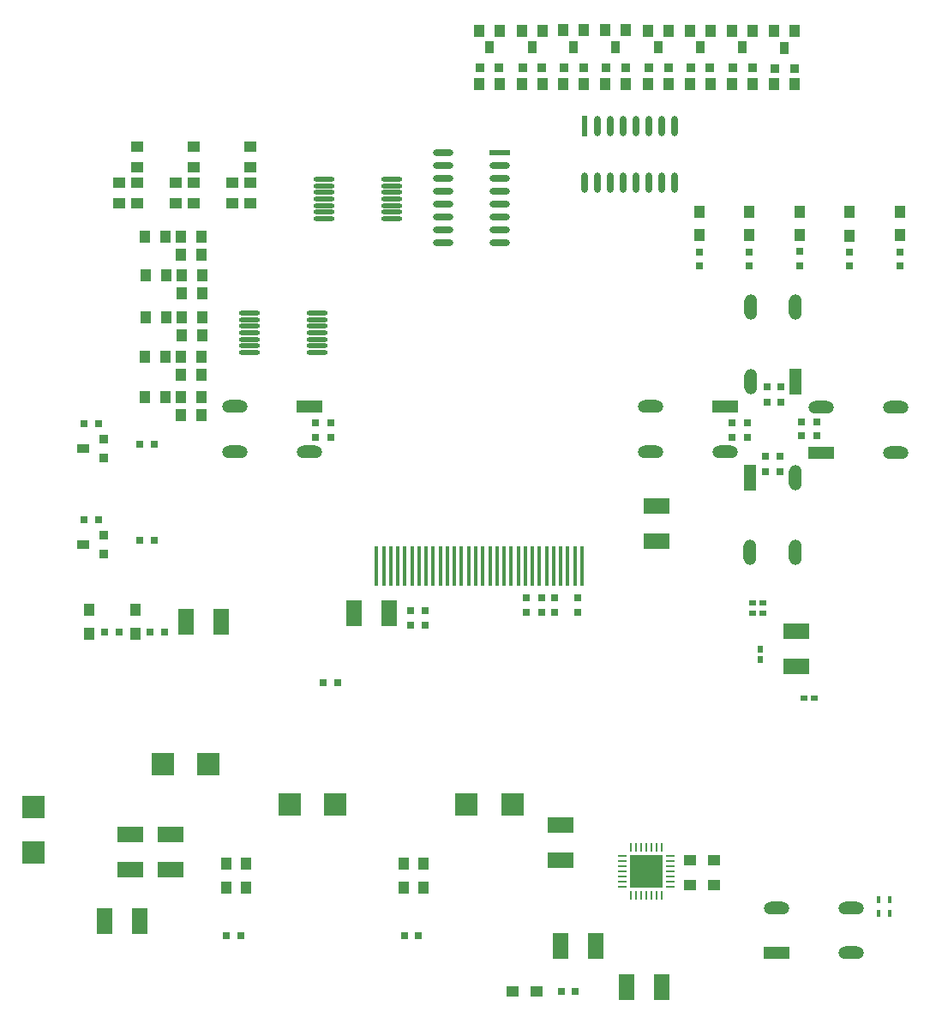
<source format=gbp>
%FSLAX24Y24*%
%MOIN*%
G70*
G01*
G75*
G04 Layer_Color=128*
%ADD10O,0.0709X0.0118*%
%ADD11O,0.0118X0.0709*%
%ADD12R,0.0571X0.0787*%
%ADD13R,0.0571X0.0354*%
%ADD14R,0.0315X0.0591*%
%ADD15R,0.0500X0.0360*%
%ADD16R,0.0360X0.0360*%
%ADD17R,0.0360X0.0500*%
%ADD18R,0.0360X0.0360*%
%ADD19R,0.0200X0.0500*%
%ADD20O,0.0394X0.1220*%
%ADD21R,0.0394X0.1220*%
%ADD22R,0.0200X0.0250*%
%ADD23R,0.0300X0.0300*%
%ADD24R,0.0236X0.0165*%
%ADD25R,0.0600X0.1000*%
%ADD26R,0.1000X0.0600*%
%ADD27R,0.0197X0.0906*%
%ADD28R,0.0787X0.0787*%
%ADD29R,0.0787X0.0984*%
%ADD30C,0.0500*%
%ADD31R,0.1181X0.0866*%
%ADD32R,0.0300X0.0300*%
%ADD33R,0.0866X0.1181*%
%ADD34O,0.0236X0.0866*%
%ADD35R,0.0590X0.0790*%
%ADD36R,0.1500X0.0790*%
%ADD37O,0.1220X0.0394*%
%ADD38R,0.1220X0.0394*%
%ADD39R,0.0787X0.0512*%
G04:AMPARAMS|DCode=40|XSize=78.7mil|YSize=51.2mil|CornerRadius=12.8mil|HoleSize=0mil|Usage=FLASHONLY|Rotation=180.000|XOffset=0mil|YOffset=0mil|HoleType=Round|Shape=RoundedRectangle|*
%AMROUNDEDRECTD40*
21,1,0.0787,0.0256,0,0,180.0*
21,1,0.0532,0.0512,0,0,180.0*
1,1,0.0256,-0.0266,0.0128*
1,1,0.0256,0.0266,0.0128*
1,1,0.0256,0.0266,-0.0128*
1,1,0.0256,-0.0266,-0.0128*
%
%ADD40ROUNDEDRECTD40*%
%ADD41C,0.0400*%
%ADD42C,0.0100*%
%ADD43C,0.0150*%
%ADD44C,0.0120*%
%ADD45C,0.0800*%
%ADD46C,0.1000*%
%ADD47C,0.0200*%
%ADD48C,0.0300*%
%ADD49C,0.0700*%
%ADD50C,0.0500*%
%ADD51C,0.0250*%
%ADD52C,0.0600*%
%ADD53R,0.4331X0.2953*%
%ADD54R,0.2362X0.2165*%
%ADD55R,0.3740X0.2953*%
%ADD56R,0.1378X0.0984*%
%ADD57R,0.5315X0.1378*%
%ADD58R,0.0591X0.0787*%
%ADD59R,0.0800X0.0800*%
%ADD60R,0.2510X0.3090*%
%ADD61R,0.0700X0.0700*%
%ADD62C,0.0700*%
%ADD63C,0.0591*%
%ADD64C,0.0900*%
%ADD65C,0.0354*%
%ADD66C,0.1000*%
%ADD67R,0.0700X0.0700*%
%ADD68C,0.0600*%
%ADD69C,0.2500*%
%ADD70C,0.0757*%
%ADD71C,0.0512*%
%ADD72C,0.0276*%
%ADD73R,0.0433X0.0492*%
%ADD74O,0.0800X0.0240*%
%ADD75R,0.0800X0.0240*%
%ADD76O,0.0240X0.0800*%
%ADD77R,0.0240X0.0800*%
%ADD78O,0.0827X0.0177*%
%ADD79O,0.0500X0.1000*%
%ADD80R,0.0500X0.1000*%
%ADD81O,0.1000X0.0500*%
%ADD82R,0.1000X0.0500*%
%ADD83R,0.0400X0.0500*%
%ADD84R,0.0500X0.0400*%
%ADD85R,0.0492X0.0433*%
%ADD86R,0.1280X0.1280*%
G04:AMPARAMS|DCode=87|XSize=9.8mil|YSize=35.4mil|CornerRadius=2.5mil|HoleSize=0mil|Usage=FLASHONLY|Rotation=0.000|XOffset=0mil|YOffset=0mil|HoleType=Round|Shape=RoundedRectangle|*
%AMROUNDEDRECTD87*
21,1,0.0098,0.0305,0,0,0.0*
21,1,0.0049,0.0354,0,0,0.0*
1,1,0.0049,0.0025,-0.0153*
1,1,0.0049,-0.0025,-0.0153*
1,1,0.0049,-0.0025,0.0153*
1,1,0.0049,0.0025,0.0153*
%
%ADD87ROUNDEDRECTD87*%
%ADD88R,0.0098X0.0354*%
%ADD89R,0.0354X0.0098*%
%ADD90R,0.0157X0.1575*%
%ADD91O,0.0157X0.1575*%
%ADD92R,0.0906X0.0906*%
%ADD93R,0.0906X0.0906*%
%ADD94R,0.0250X0.0200*%
%ADD95R,0.0157X0.0276*%
%ADD96O,0.0157X0.0276*%
%ADD97R,0.2362X0.3543*%
%ADD98R,0.5315X0.1575*%
%ADD99C,0.0040*%
%ADD100C,0.0098*%
%ADD101C,0.0236*%
%ADD102C,0.0050*%
%ADD103C,0.0079*%
%ADD104C,0.0060*%
%ADD105C,0.0080*%
%ADD106C,0.0059*%
%ADD107R,0.0197X0.0300*%
%ADD108R,0.0996X0.1000*%
%ADD109R,0.1000X0.0996*%
%ADD110O,0.0789X0.0198*%
%ADD111O,0.0198X0.0789*%
%ADD112R,0.0651X0.0867*%
%ADD113R,0.0651X0.0434*%
%ADD114R,0.0395X0.0671*%
%ADD115R,0.0580X0.0440*%
%ADD116R,0.0440X0.0440*%
%ADD117R,0.0440X0.0580*%
%ADD118R,0.0440X0.0440*%
%ADD119R,0.0280X0.0580*%
%ADD120O,0.0474X0.1300*%
%ADD121R,0.0474X0.1300*%
%ADD122R,0.0280X0.0330*%
%ADD123R,0.0380X0.0380*%
%ADD124R,0.0316X0.0245*%
%ADD125R,0.0680X0.1080*%
%ADD126R,0.1080X0.0680*%
%ADD127R,0.0277X0.0986*%
%ADD128R,0.0867X0.0867*%
%ADD129R,0.0867X0.1064*%
%ADD130C,0.0580*%
%ADD131R,0.1261X0.0946*%
%ADD132R,0.0380X0.0380*%
%ADD133R,0.0946X0.1261*%
%ADD134O,0.0316X0.0946*%
%ADD135R,0.0670X0.0870*%
%ADD136R,0.1580X0.0870*%
%ADD137O,0.1300X0.0474*%
%ADD138R,0.1300X0.0474*%
%ADD139R,0.0867X0.0592*%
G04:AMPARAMS|DCode=140|XSize=86.7mil|YSize=59.2mil|CornerRadius=16.8mil|HoleSize=0mil|Usage=FLASHONLY|Rotation=180.000|XOffset=0mil|YOffset=0mil|HoleType=Round|Shape=RoundedRectangle|*
%AMROUNDEDRECTD140*
21,1,0.0867,0.0256,0,0,180.0*
21,1,0.0532,0.0592,0,0,180.0*
1,1,0.0336,-0.0266,0.0128*
1,1,0.0336,0.0266,0.0128*
1,1,0.0336,0.0266,-0.0128*
1,1,0.0336,-0.0266,-0.0128*
%
%ADD140ROUNDEDRECTD140*%
%ADD141R,0.0780X0.0780*%
%ADD142C,0.0780*%
%ADD143C,0.0671*%
%ADD144C,0.0980*%
%ADD145C,0.0434*%
%ADD146C,0.1080*%
%ADD147R,0.0780X0.0780*%
%ADD148C,0.0680*%
%ADD149C,0.2580*%
%ADD150C,0.0837*%
%ADD151C,0.0592*%
%ADD152C,0.0356*%
%ADD153R,0.0513X0.0572*%
%ADD154O,0.0880X0.0320*%
%ADD155R,0.0880X0.0320*%
%ADD156O,0.0320X0.0880*%
%ADD157R,0.0320X0.0880*%
%ADD158O,0.0907X0.0257*%
%ADD159O,0.0580X0.1080*%
%ADD160R,0.0580X0.1080*%
%ADD161O,0.1080X0.0580*%
%ADD162R,0.1080X0.0580*%
%ADD163R,0.0480X0.0580*%
%ADD164R,0.0580X0.0480*%
%ADD165R,0.0572X0.0513*%
%ADD166R,0.1360X0.1360*%
G04:AMPARAMS|DCode=167|XSize=17.8mil|YSize=43.4mil|CornerRadius=6.5mil|HoleSize=0mil|Usage=FLASHONLY|Rotation=0.000|XOffset=0mil|YOffset=0mil|HoleType=Round|Shape=RoundedRectangle|*
%AMROUNDEDRECTD167*
21,1,0.0178,0.0305,0,0,0.0*
21,1,0.0049,0.0434,0,0,0.0*
1,1,0.0129,0.0025,-0.0153*
1,1,0.0129,-0.0025,-0.0153*
1,1,0.0129,-0.0025,0.0153*
1,1,0.0129,0.0025,0.0153*
%
%ADD167ROUNDEDRECTD167*%
%ADD168R,0.0178X0.0434*%
%ADD169R,0.0434X0.0178*%
%ADD170R,0.0237X0.1655*%
%ADD171O,0.0237X0.1655*%
%ADD172R,0.0986X0.0986*%
%ADD173R,0.0986X0.0986*%
%ADD174R,0.0330X0.0280*%
%ADD175R,0.0237X0.0356*%
%ADD176O,0.0237X0.0356*%
D15*
X5649Y18163D02*
D03*
Y21894D02*
D03*
D16*
X6449Y18543D02*
D03*
Y17793D02*
D03*
Y22274D02*
D03*
Y21524D02*
D03*
D17*
X21458Y37486D02*
D03*
X23112D02*
D03*
X24740Y37498D02*
D03*
X26373Y37495D02*
D03*
X28033Y37486D02*
D03*
X29647D02*
D03*
X31301D02*
D03*
X32939Y37485D02*
D03*
D18*
X21088Y36686D02*
D03*
X21838D02*
D03*
X22742D02*
D03*
X23492D02*
D03*
X24370Y36698D02*
D03*
X25120D02*
D03*
X26003Y36695D02*
D03*
X26753D02*
D03*
X27663Y36686D02*
D03*
X28413D02*
D03*
X29277D02*
D03*
X30027D02*
D03*
X30931D02*
D03*
X31681D02*
D03*
X32569Y36685D02*
D03*
X33319D02*
D03*
D22*
X32000Y13700D02*
D03*
Y14100D02*
D03*
D23*
X32200Y21600D02*
D03*
X32750D02*
D03*
X32200Y21000D02*
D03*
X32750D02*
D03*
X32800Y23700D02*
D03*
X32250D02*
D03*
X32800Y24300D02*
D03*
X32250D02*
D03*
X24803Y787D02*
D03*
X24253D02*
D03*
X8417Y18346D02*
D03*
X7867D02*
D03*
X6252Y19133D02*
D03*
X5702D02*
D03*
X6252Y22864D02*
D03*
X5702D02*
D03*
X8417Y22077D02*
D03*
X7867D02*
D03*
X18151Y2953D02*
D03*
X18701D02*
D03*
X11230Y2953D02*
D03*
X11780D02*
D03*
X15001Y12795D02*
D03*
X15551D02*
D03*
X7046Y14764D02*
D03*
X6496D02*
D03*
X8818D02*
D03*
X8268D02*
D03*
D25*
X16200Y15500D02*
D03*
X17550D02*
D03*
X25591Y2559D02*
D03*
X24241D02*
D03*
X26800Y984D02*
D03*
X28150D02*
D03*
X6496Y3543D02*
D03*
X7846D02*
D03*
X11024Y15157D02*
D03*
X9674D02*
D03*
D26*
X27953Y18307D02*
D03*
Y19657D02*
D03*
X24213Y5906D02*
D03*
Y7256D02*
D03*
X7480Y6890D02*
D03*
Y5540D02*
D03*
X9055D02*
D03*
Y6890D02*
D03*
X33400Y14800D02*
D03*
Y13450D02*
D03*
D32*
X35450Y29545D02*
D03*
X37410Y29550D02*
D03*
X33510Y29555D02*
D03*
X31560Y29550D02*
D03*
X29610D02*
D03*
X23500Y16100D02*
D03*
Y15550D02*
D03*
X24000D02*
D03*
Y16100D02*
D03*
X18950Y15600D02*
D03*
Y15050D02*
D03*
X24900Y16100D02*
D03*
Y15550D02*
D03*
X22900Y16100D02*
D03*
Y15550D02*
D03*
X18400Y15050D02*
D03*
Y15600D02*
D03*
X15300Y22900D02*
D03*
Y22350D02*
D03*
X33600Y22400D02*
D03*
Y22950D02*
D03*
X31500Y22900D02*
D03*
Y22350D02*
D03*
X14700Y22900D02*
D03*
Y22350D02*
D03*
X34200Y22400D02*
D03*
Y22950D02*
D03*
X30900Y22900D02*
D03*
Y22350D02*
D03*
X37410Y29000D02*
D03*
X31560D02*
D03*
X29610D02*
D03*
X33510Y29005D02*
D03*
X35450Y28995D02*
D03*
D73*
X35450Y31108D02*
D03*
Y30182D02*
D03*
X37410Y31113D02*
D03*
Y30187D02*
D03*
X33510Y31118D02*
D03*
Y30192D02*
D03*
X31560Y31113D02*
D03*
Y30187D02*
D03*
X29610Y31113D02*
D03*
Y30187D02*
D03*
X11220Y5778D02*
D03*
Y4852D02*
D03*
X18110Y5778D02*
D03*
Y4852D02*
D03*
X18898Y5778D02*
D03*
Y4852D02*
D03*
X12008Y5778D02*
D03*
Y4852D02*
D03*
X5906Y14695D02*
D03*
Y15620D02*
D03*
X7677Y14695D02*
D03*
Y15620D02*
D03*
D74*
X19650Y32400D02*
D03*
Y29900D02*
D03*
X21850Y30400D02*
D03*
X19650Y31900D02*
D03*
X21850Y29900D02*
D03*
Y32900D02*
D03*
Y32400D02*
D03*
Y31900D02*
D03*
Y31400D02*
D03*
Y30900D02*
D03*
X19650Y31400D02*
D03*
Y32900D02*
D03*
Y30400D02*
D03*
Y30900D02*
D03*
Y33400D02*
D03*
D75*
X21850D02*
D03*
D76*
X26150Y32250D02*
D03*
X28650D02*
D03*
X28150Y34450D02*
D03*
X26650Y32250D02*
D03*
X28650Y34450D02*
D03*
X25650D02*
D03*
X26150D02*
D03*
X26650D02*
D03*
X27150D02*
D03*
X27650D02*
D03*
X27150Y32250D02*
D03*
X25650D02*
D03*
X28150D02*
D03*
X27650D02*
D03*
X25150D02*
D03*
D77*
Y34450D02*
D03*
D78*
X14769Y26912D02*
D03*
Y26656D02*
D03*
Y26400D02*
D03*
Y26144D02*
D03*
Y25888D02*
D03*
Y25632D02*
D03*
Y27168D02*
D03*
X12131D02*
D03*
Y26912D02*
D03*
Y26656D02*
D03*
Y26400D02*
D03*
Y26144D02*
D03*
Y25888D02*
D03*
Y25632D02*
D03*
X17669Y32112D02*
D03*
Y31856D02*
D03*
Y31600D02*
D03*
Y31344D02*
D03*
Y31088D02*
D03*
Y30832D02*
D03*
Y32368D02*
D03*
X15031D02*
D03*
Y32112D02*
D03*
Y31856D02*
D03*
Y31600D02*
D03*
Y31344D02*
D03*
Y31088D02*
D03*
Y30832D02*
D03*
D79*
X31618Y27406D02*
D03*
Y24506D02*
D03*
X33368Y27406D02*
D03*
X33343Y17869D02*
D03*
Y20769D02*
D03*
X31593Y17869D02*
D03*
D80*
X33368Y24506D02*
D03*
X31593Y20769D02*
D03*
D81*
X27712Y21775D02*
D03*
X30612D02*
D03*
X27712Y23525D02*
D03*
X37249Y23500D02*
D03*
X34349D02*
D03*
X37249Y21750D02*
D03*
X11570Y21775D02*
D03*
X14470D02*
D03*
X11570Y23525D02*
D03*
X35533Y4038D02*
D03*
X32633D02*
D03*
X35533Y2288D02*
D03*
D82*
X30612Y23525D02*
D03*
X34349Y21750D02*
D03*
X14470Y23525D02*
D03*
X32633Y2288D02*
D03*
D83*
X8870Y23898D02*
D03*
X8070D02*
D03*
X9470D02*
D03*
X10270D02*
D03*
X9470Y23198D02*
D03*
X10270D02*
D03*
X8875Y25475D02*
D03*
X8075D02*
D03*
X9475D02*
D03*
X10275D02*
D03*
X9475Y24775D02*
D03*
X10275D02*
D03*
X8908Y27010D02*
D03*
X8108D02*
D03*
X9508D02*
D03*
X10308D02*
D03*
X9508Y26310D02*
D03*
X10308D02*
D03*
X8884Y28623D02*
D03*
X8084D02*
D03*
X9484D02*
D03*
X10284D02*
D03*
X9484Y27923D02*
D03*
X10284D02*
D03*
X8875Y30125D02*
D03*
X8075D02*
D03*
X9475D02*
D03*
X10275D02*
D03*
X9475Y29425D02*
D03*
X10275D02*
D03*
X21058Y38146D02*
D03*
X21858D02*
D03*
Y36066D02*
D03*
X21058D02*
D03*
X22712Y38146D02*
D03*
X23512D02*
D03*
Y36066D02*
D03*
X22712D02*
D03*
X24340Y38158D02*
D03*
X25140D02*
D03*
Y36078D02*
D03*
X24340D02*
D03*
X25973Y38155D02*
D03*
X26773D02*
D03*
Y36075D02*
D03*
X25973D02*
D03*
X27633Y38146D02*
D03*
X28433D02*
D03*
Y36066D02*
D03*
X27633D02*
D03*
X29247Y38146D02*
D03*
X30047D02*
D03*
Y36066D02*
D03*
X29247D02*
D03*
X30901Y38146D02*
D03*
X31701D02*
D03*
Y36066D02*
D03*
X30901D02*
D03*
X33339Y36065D02*
D03*
X32539D02*
D03*
Y38145D02*
D03*
X33339D02*
D03*
D84*
X7775Y32825D02*
D03*
Y33625D02*
D03*
Y32225D02*
D03*
Y31425D02*
D03*
X7075Y32225D02*
D03*
Y31425D02*
D03*
X9975Y32825D02*
D03*
Y33625D02*
D03*
Y32225D02*
D03*
Y31425D02*
D03*
X9275Y32225D02*
D03*
Y31425D02*
D03*
X12175Y32225D02*
D03*
Y31425D02*
D03*
X11475Y32225D02*
D03*
Y31425D02*
D03*
X12175Y32825D02*
D03*
Y33625D02*
D03*
D85*
X22372Y787D02*
D03*
X23297D02*
D03*
X29262Y5906D02*
D03*
X30187D02*
D03*
X29262Y4921D02*
D03*
X30187D02*
D03*
D86*
X27559Y5472D02*
D03*
D87*
X28150Y4528D02*
D03*
D88*
X27953D02*
D03*
X27756D02*
D03*
X27559D02*
D03*
X27362D02*
D03*
X27165D02*
D03*
X26969D02*
D03*
Y6417D02*
D03*
X27165D02*
D03*
X27362D02*
D03*
X27559D02*
D03*
X27756D02*
D03*
X27953D02*
D03*
X28150D02*
D03*
D89*
X26614Y4882D02*
D03*
Y5079D02*
D03*
Y5276D02*
D03*
Y5472D02*
D03*
Y5669D02*
D03*
Y5866D02*
D03*
Y6063D02*
D03*
X28504D02*
D03*
Y5866D02*
D03*
Y5669D02*
D03*
Y5472D02*
D03*
Y5276D02*
D03*
Y5079D02*
D03*
Y4882D02*
D03*
D90*
X17067Y17323D02*
D03*
X19823D02*
D03*
X22579D02*
D03*
X25059D02*
D03*
D91*
X17343D02*
D03*
X17618D02*
D03*
X17894D02*
D03*
X18169D02*
D03*
X18445D02*
D03*
X18720D02*
D03*
X18996D02*
D03*
X19272D02*
D03*
X19547D02*
D03*
X20098D02*
D03*
X20374D02*
D03*
X20650D02*
D03*
X20925D02*
D03*
X21201D02*
D03*
X22028D02*
D03*
X22303D02*
D03*
X22854D02*
D03*
X23130D02*
D03*
X23406D02*
D03*
X23681D02*
D03*
X23957D02*
D03*
X24232D02*
D03*
X24508D02*
D03*
X24783D02*
D03*
X21752D02*
D03*
X21476D02*
D03*
D92*
X3740Y7972D02*
D03*
Y6201D02*
D03*
D93*
X15453Y8071D02*
D03*
X13681D02*
D03*
X22343D02*
D03*
X20571D02*
D03*
X10532Y9646D02*
D03*
X8760D02*
D03*
D94*
X31700Y15500D02*
D03*
X32100D02*
D03*
X31700Y15900D02*
D03*
X32100D02*
D03*
X34100Y12200D02*
D03*
X33700D02*
D03*
D95*
X37017Y3844D02*
D03*
X36583D02*
D03*
D96*
X37017Y4356D02*
D03*
X36583D02*
D03*
M02*

</source>
